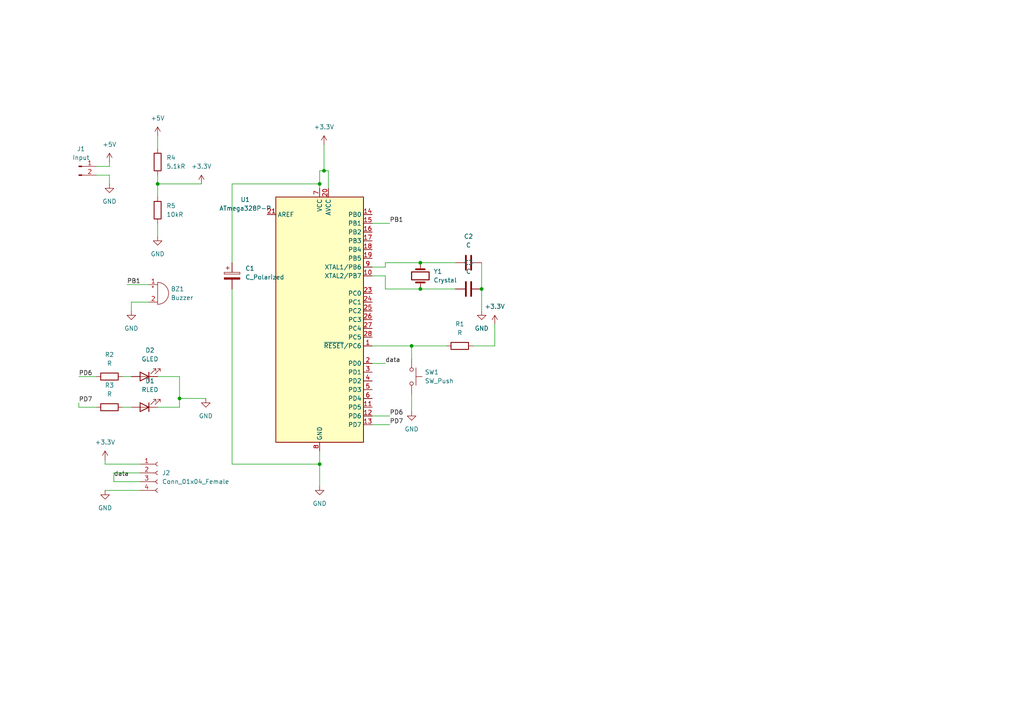
<source format=kicad_sch>
(kicad_sch (version 20211123) (generator eeschema)

  (uuid 997baf4a-897c-4be9-8150-88ad2b4493e5)

  (paper "A4")

  (title_block
    (title "System")
  )

  (lib_symbols
    (symbol "Connector:Conn_01x02_Male" (pin_names (offset 1.016) hide) (in_bom yes) (on_board yes)
      (property "Reference" "J" (id 0) (at 0 2.54 0)
        (effects (font (size 1.27 1.27)))
      )
      (property "Value" "Conn_01x02_Male" (id 1) (at 0 -5.08 0)
        (effects (font (size 1.27 1.27)))
      )
      (property "Footprint" "" (id 2) (at 0 0 0)
        (effects (font (size 1.27 1.27)) hide)
      )
      (property "Datasheet" "~" (id 3) (at 0 0 0)
        (effects (font (size 1.27 1.27)) hide)
      )
      (property "ki_keywords" "connector" (id 4) (at 0 0 0)
        (effects (font (size 1.27 1.27)) hide)
      )
      (property "ki_description" "Generic connector, single row, 01x02, script generated (kicad-library-utils/schlib/autogen/connector/)" (id 5) (at 0 0 0)
        (effects (font (size 1.27 1.27)) hide)
      )
      (property "ki_fp_filters" "Connector*:*_1x??_*" (id 6) (at 0 0 0)
        (effects (font (size 1.27 1.27)) hide)
      )
      (symbol "Conn_01x02_Male_1_1"
        (polyline
          (pts
            (xy 1.27 -2.54)
            (xy 0.8636 -2.54)
          )
          (stroke (width 0.1524) (type default) (color 0 0 0 0))
          (fill (type none))
        )
        (polyline
          (pts
            (xy 1.27 0)
            (xy 0.8636 0)
          )
          (stroke (width 0.1524) (type default) (color 0 0 0 0))
          (fill (type none))
        )
        (rectangle (start 0.8636 -2.413) (end 0 -2.667)
          (stroke (width 0.1524) (type default) (color 0 0 0 0))
          (fill (type outline))
        )
        (rectangle (start 0.8636 0.127) (end 0 -0.127)
          (stroke (width 0.1524) (type default) (color 0 0 0 0))
          (fill (type outline))
        )
        (pin passive line (at 5.08 0 180) (length 3.81)
          (name "Pin_1" (effects (font (size 1.27 1.27))))
          (number "1" (effects (font (size 1.27 1.27))))
        )
        (pin passive line (at 5.08 -2.54 180) (length 3.81)
          (name "Pin_2" (effects (font (size 1.27 1.27))))
          (number "2" (effects (font (size 1.27 1.27))))
        )
      )
    )
    (symbol "Connector:Conn_01x04_Female" (pin_names (offset 1.016) hide) (in_bom yes) (on_board yes)
      (property "Reference" "J" (id 0) (at 0 5.08 0)
        (effects (font (size 1.27 1.27)))
      )
      (property "Value" "Conn_01x04_Female" (id 1) (at 0 -7.62 0)
        (effects (font (size 1.27 1.27)))
      )
      (property "Footprint" "" (id 2) (at 0 0 0)
        (effects (font (size 1.27 1.27)) hide)
      )
      (property "Datasheet" "~" (id 3) (at 0 0 0)
        (effects (font (size 1.27 1.27)) hide)
      )
      (property "ki_keywords" "connector" (id 4) (at 0 0 0)
        (effects (font (size 1.27 1.27)) hide)
      )
      (property "ki_description" "Generic connector, single row, 01x04, script generated (kicad-library-utils/schlib/autogen/connector/)" (id 5) (at 0 0 0)
        (effects (font (size 1.27 1.27)) hide)
      )
      (property "ki_fp_filters" "Connector*:*_1x??_*" (id 6) (at 0 0 0)
        (effects (font (size 1.27 1.27)) hide)
      )
      (symbol "Conn_01x04_Female_1_1"
        (arc (start 0 -4.572) (mid -0.508 -5.08) (end 0 -5.588)
          (stroke (width 0.1524) (type default) (color 0 0 0 0))
          (fill (type none))
        )
        (arc (start 0 -2.032) (mid -0.508 -2.54) (end 0 -3.048)
          (stroke (width 0.1524) (type default) (color 0 0 0 0))
          (fill (type none))
        )
        (polyline
          (pts
            (xy -1.27 -5.08)
            (xy -0.508 -5.08)
          )
          (stroke (width 0.1524) (type default) (color 0 0 0 0))
          (fill (type none))
        )
        (polyline
          (pts
            (xy -1.27 -2.54)
            (xy -0.508 -2.54)
          )
          (stroke (width 0.1524) (type default) (color 0 0 0 0))
          (fill (type none))
        )
        (polyline
          (pts
            (xy -1.27 0)
            (xy -0.508 0)
          )
          (stroke (width 0.1524) (type default) (color 0 0 0 0))
          (fill (type none))
        )
        (polyline
          (pts
            (xy -1.27 2.54)
            (xy -0.508 2.54)
          )
          (stroke (width 0.1524) (type default) (color 0 0 0 0))
          (fill (type none))
        )
        (arc (start 0 0.508) (mid -0.508 0) (end 0 -0.508)
          (stroke (width 0.1524) (type default) (color 0 0 0 0))
          (fill (type none))
        )
        (arc (start 0 3.048) (mid -0.508 2.54) (end 0 2.032)
          (stroke (width 0.1524) (type default) (color 0 0 0 0))
          (fill (type none))
        )
        (pin passive line (at -5.08 2.54 0) (length 3.81)
          (name "Pin_1" (effects (font (size 1.27 1.27))))
          (number "1" (effects (font (size 1.27 1.27))))
        )
        (pin passive line (at -5.08 0 0) (length 3.81)
          (name "Pin_2" (effects (font (size 1.27 1.27))))
          (number "2" (effects (font (size 1.27 1.27))))
        )
        (pin passive line (at -5.08 -2.54 0) (length 3.81)
          (name "Pin_3" (effects (font (size 1.27 1.27))))
          (number "3" (effects (font (size 1.27 1.27))))
        )
        (pin passive line (at -5.08 -5.08 0) (length 3.81)
          (name "Pin_4" (effects (font (size 1.27 1.27))))
          (number "4" (effects (font (size 1.27 1.27))))
        )
      )
    )
    (symbol "Device:Buzzer" (pin_names (offset 0.0254) hide) (in_bom yes) (on_board yes)
      (property "Reference" "BZ" (id 0) (at 3.81 1.27 0)
        (effects (font (size 1.27 1.27)) (justify left))
      )
      (property "Value" "Buzzer" (id 1) (at 3.81 -1.27 0)
        (effects (font (size 1.27 1.27)) (justify left))
      )
      (property "Footprint" "" (id 2) (at -0.635 2.54 90)
        (effects (font (size 1.27 1.27)) hide)
      )
      (property "Datasheet" "~" (id 3) (at -0.635 2.54 90)
        (effects (font (size 1.27 1.27)) hide)
      )
      (property "ki_keywords" "quartz resonator ceramic" (id 4) (at 0 0 0)
        (effects (font (size 1.27 1.27)) hide)
      )
      (property "ki_description" "Buzzer, polarized" (id 5) (at 0 0 0)
        (effects (font (size 1.27 1.27)) hide)
      )
      (property "ki_fp_filters" "*Buzzer*" (id 6) (at 0 0 0)
        (effects (font (size 1.27 1.27)) hide)
      )
      (symbol "Buzzer_0_1"
        (arc (start 0 -3.175) (mid 3.175 0) (end 0 3.175)
          (stroke (width 0) (type default) (color 0 0 0 0))
          (fill (type none))
        )
        (polyline
          (pts
            (xy -1.651 1.905)
            (xy -1.143 1.905)
          )
          (stroke (width 0) (type default) (color 0 0 0 0))
          (fill (type none))
        )
        (polyline
          (pts
            (xy -1.397 2.159)
            (xy -1.397 1.651)
          )
          (stroke (width 0) (type default) (color 0 0 0 0))
          (fill (type none))
        )
        (polyline
          (pts
            (xy 0 3.175)
            (xy 0 -3.175)
          )
          (stroke (width 0) (type default) (color 0 0 0 0))
          (fill (type none))
        )
      )
      (symbol "Buzzer_1_1"
        (pin passive line (at -2.54 2.54 0) (length 2.54)
          (name "-" (effects (font (size 1.27 1.27))))
          (number "1" (effects (font (size 1.27 1.27))))
        )
        (pin passive line (at -2.54 -2.54 0) (length 2.54)
          (name "+" (effects (font (size 1.27 1.27))))
          (number "2" (effects (font (size 1.27 1.27))))
        )
      )
    )
    (symbol "Device:C" (pin_numbers hide) (pin_names (offset 0.254)) (in_bom yes) (on_board yes)
      (property "Reference" "C" (id 0) (at 0.635 2.54 0)
        (effects (font (size 1.27 1.27)) (justify left))
      )
      (property "Value" "C" (id 1) (at 0.635 -2.54 0)
        (effects (font (size 1.27 1.27)) (justify left))
      )
      (property "Footprint" "" (id 2) (at 0.9652 -3.81 0)
        (effects (font (size 1.27 1.27)) hide)
      )
      (property "Datasheet" "~" (id 3) (at 0 0 0)
        (effects (font (size 1.27 1.27)) hide)
      )
      (property "ki_keywords" "cap capacitor" (id 4) (at 0 0 0)
        (effects (font (size 1.27 1.27)) hide)
      )
      (property "ki_description" "Unpolarized capacitor" (id 5) (at 0 0 0)
        (effects (font (size 1.27 1.27)) hide)
      )
      (property "ki_fp_filters" "C_*" (id 6) (at 0 0 0)
        (effects (font (size 1.27 1.27)) hide)
      )
      (symbol "C_0_1"
        (polyline
          (pts
            (xy -2.032 -0.762)
            (xy 2.032 -0.762)
          )
          (stroke (width 0.508) (type default) (color 0 0 0 0))
          (fill (type none))
        )
        (polyline
          (pts
            (xy -2.032 0.762)
            (xy 2.032 0.762)
          )
          (stroke (width 0.508) (type default) (color 0 0 0 0))
          (fill (type none))
        )
      )
      (symbol "C_1_1"
        (pin passive line (at 0 3.81 270) (length 2.794)
          (name "~" (effects (font (size 1.27 1.27))))
          (number "1" (effects (font (size 1.27 1.27))))
        )
        (pin passive line (at 0 -3.81 90) (length 2.794)
          (name "~" (effects (font (size 1.27 1.27))))
          (number "2" (effects (font (size 1.27 1.27))))
        )
      )
    )
    (symbol "Device:C_Polarized" (pin_numbers hide) (pin_names (offset 0.254)) (in_bom yes) (on_board yes)
      (property "Reference" "C" (id 0) (at 0.635 2.54 0)
        (effects (font (size 1.27 1.27)) (justify left))
      )
      (property "Value" "C_Polarized" (id 1) (at 0.635 -2.54 0)
        (effects (font (size 1.27 1.27)) (justify left))
      )
      (property "Footprint" "" (id 2) (at 0.9652 -3.81 0)
        (effects (font (size 1.27 1.27)) hide)
      )
      (property "Datasheet" "~" (id 3) (at 0 0 0)
        (effects (font (size 1.27 1.27)) hide)
      )
      (property "ki_keywords" "cap capacitor" (id 4) (at 0 0 0)
        (effects (font (size 1.27 1.27)) hide)
      )
      (property "ki_description" "Polarized capacitor" (id 5) (at 0 0 0)
        (effects (font (size 1.27 1.27)) hide)
      )
      (property "ki_fp_filters" "CP_*" (id 6) (at 0 0 0)
        (effects (font (size 1.27 1.27)) hide)
      )
      (symbol "C_Polarized_0_1"
        (rectangle (start -2.286 0.508) (end 2.286 1.016)
          (stroke (width 0) (type default) (color 0 0 0 0))
          (fill (type none))
        )
        (polyline
          (pts
            (xy -1.778 2.286)
            (xy -0.762 2.286)
          )
          (stroke (width 0) (type default) (color 0 0 0 0))
          (fill (type none))
        )
        (polyline
          (pts
            (xy -1.27 2.794)
            (xy -1.27 1.778)
          )
          (stroke (width 0) (type default) (color 0 0 0 0))
          (fill (type none))
        )
        (rectangle (start 2.286 -0.508) (end -2.286 -1.016)
          (stroke (width 0) (type default) (color 0 0 0 0))
          (fill (type outline))
        )
      )
      (symbol "C_Polarized_1_1"
        (pin passive line (at 0 3.81 270) (length 2.794)
          (name "~" (effects (font (size 1.27 1.27))))
          (number "1" (effects (font (size 1.27 1.27))))
        )
        (pin passive line (at 0 -3.81 90) (length 2.794)
          (name "~" (effects (font (size 1.27 1.27))))
          (number "2" (effects (font (size 1.27 1.27))))
        )
      )
    )
    (symbol "Device:Crystal" (pin_numbers hide) (pin_names (offset 1.016) hide) (in_bom yes) (on_board yes)
      (property "Reference" "Y" (id 0) (at 0 3.81 0)
        (effects (font (size 1.27 1.27)))
      )
      (property "Value" "Crystal" (id 1) (at 0 -3.81 0)
        (effects (font (size 1.27 1.27)))
      )
      (property "Footprint" "" (id 2) (at 0 0 0)
        (effects (font (size 1.27 1.27)) hide)
      )
      (property "Datasheet" "~" (id 3) (at 0 0 0)
        (effects (font (size 1.27 1.27)) hide)
      )
      (property "ki_keywords" "quartz ceramic resonator oscillator" (id 4) (at 0 0 0)
        (effects (font (size 1.27 1.27)) hide)
      )
      (property "ki_description" "Two pin crystal" (id 5) (at 0 0 0)
        (effects (font (size 1.27 1.27)) hide)
      )
      (property "ki_fp_filters" "Crystal*" (id 6) (at 0 0 0)
        (effects (font (size 1.27 1.27)) hide)
      )
      (symbol "Crystal_0_1"
        (rectangle (start -1.143 2.54) (end 1.143 -2.54)
          (stroke (width 0.3048) (type default) (color 0 0 0 0))
          (fill (type none))
        )
        (polyline
          (pts
            (xy -2.54 0)
            (xy -1.905 0)
          )
          (stroke (width 0) (type default) (color 0 0 0 0))
          (fill (type none))
        )
        (polyline
          (pts
            (xy -1.905 -1.27)
            (xy -1.905 1.27)
          )
          (stroke (width 0.508) (type default) (color 0 0 0 0))
          (fill (type none))
        )
        (polyline
          (pts
            (xy 1.905 -1.27)
            (xy 1.905 1.27)
          )
          (stroke (width 0.508) (type default) (color 0 0 0 0))
          (fill (type none))
        )
        (polyline
          (pts
            (xy 2.54 0)
            (xy 1.905 0)
          )
          (stroke (width 0) (type default) (color 0 0 0 0))
          (fill (type none))
        )
      )
      (symbol "Crystal_1_1"
        (pin passive line (at -3.81 0 0) (length 1.27)
          (name "1" (effects (font (size 1.27 1.27))))
          (number "1" (effects (font (size 1.27 1.27))))
        )
        (pin passive line (at 3.81 0 180) (length 1.27)
          (name "2" (effects (font (size 1.27 1.27))))
          (number "2" (effects (font (size 1.27 1.27))))
        )
      )
    )
    (symbol "Device:LED" (pin_numbers hide) (pin_names (offset 1.016) hide) (in_bom yes) (on_board yes)
      (property "Reference" "D" (id 0) (at 0 2.54 0)
        (effects (font (size 1.27 1.27)))
      )
      (property "Value" "LED" (id 1) (at 0 -2.54 0)
        (effects (font (size 1.27 1.27)))
      )
      (property "Footprint" "" (id 2) (at 0 0 0)
        (effects (font (size 1.27 1.27)) hide)
      )
      (property "Datasheet" "~" (id 3) (at 0 0 0)
        (effects (font (size 1.27 1.27)) hide)
      )
      (property "ki_keywords" "LED diode" (id 4) (at 0 0 0)
        (effects (font (size 1.27 1.27)) hide)
      )
      (property "ki_description" "Light emitting diode" (id 5) (at 0 0 0)
        (effects (font (size 1.27 1.27)) hide)
      )
      (property "ki_fp_filters" "LED* LED_SMD:* LED_THT:*" (id 6) (at 0 0 0)
        (effects (font (size 1.27 1.27)) hide)
      )
      (symbol "LED_0_1"
        (polyline
          (pts
            (xy -1.27 -1.27)
            (xy -1.27 1.27)
          )
          (stroke (width 0.254) (type default) (color 0 0 0 0))
          (fill (type none))
        )
        (polyline
          (pts
            (xy -1.27 0)
            (xy 1.27 0)
          )
          (stroke (width 0) (type default) (color 0 0 0 0))
          (fill (type none))
        )
        (polyline
          (pts
            (xy 1.27 -1.27)
            (xy 1.27 1.27)
            (xy -1.27 0)
            (xy 1.27 -1.27)
          )
          (stroke (width 0.254) (type default) (color 0 0 0 0))
          (fill (type none))
        )
        (polyline
          (pts
            (xy -3.048 -0.762)
            (xy -4.572 -2.286)
            (xy -3.81 -2.286)
            (xy -4.572 -2.286)
            (xy -4.572 -1.524)
          )
          (stroke (width 0) (type default) (color 0 0 0 0))
          (fill (type none))
        )
        (polyline
          (pts
            (xy -1.778 -0.762)
            (xy -3.302 -2.286)
            (xy -2.54 -2.286)
            (xy -3.302 -2.286)
            (xy -3.302 -1.524)
          )
          (stroke (width 0) (type default) (color 0 0 0 0))
          (fill (type none))
        )
      )
      (symbol "LED_1_1"
        (pin passive line (at -3.81 0 0) (length 2.54)
          (name "K" (effects (font (size 1.27 1.27))))
          (number "1" (effects (font (size 1.27 1.27))))
        )
        (pin passive line (at 3.81 0 180) (length 2.54)
          (name "A" (effects (font (size 1.27 1.27))))
          (number "2" (effects (font (size 1.27 1.27))))
        )
      )
    )
    (symbol "Device:R" (pin_numbers hide) (pin_names (offset 0)) (in_bom yes) (on_board yes)
      (property "Reference" "R" (id 0) (at 2.032 0 90)
        (effects (font (size 1.27 1.27)))
      )
      (property "Value" "R" (id 1) (at 0 0 90)
        (effects (font (size 1.27 1.27)))
      )
      (property "Footprint" "" (id 2) (at -1.778 0 90)
        (effects (font (size 1.27 1.27)) hide)
      )
      (property "Datasheet" "~" (id 3) (at 0 0 0)
        (effects (font (size 1.27 1.27)) hide)
      )
      (property "ki_keywords" "R res resistor" (id 4) (at 0 0 0)
        (effects (font (size 1.27 1.27)) hide)
      )
      (property "ki_description" "Resistor" (id 5) (at 0 0 0)
        (effects (font (size 1.27 1.27)) hide)
      )
      (property "ki_fp_filters" "R_*" (id 6) (at 0 0 0)
        (effects (font (size 1.27 1.27)) hide)
      )
      (symbol "R_0_1"
        (rectangle (start -1.016 -2.54) (end 1.016 2.54)
          (stroke (width 0.254) (type default) (color 0 0 0 0))
          (fill (type none))
        )
      )
      (symbol "R_1_1"
        (pin passive line (at 0 3.81 270) (length 1.27)
          (name "~" (effects (font (size 1.27 1.27))))
          (number "1" (effects (font (size 1.27 1.27))))
        )
        (pin passive line (at 0 -3.81 90) (length 1.27)
          (name "~" (effects (font (size 1.27 1.27))))
          (number "2" (effects (font (size 1.27 1.27))))
        )
      )
    )
    (symbol "MCU_Microchip_ATmega:ATmega328P-P" (in_bom yes) (on_board yes)
      (property "Reference" "U" (id 0) (at -12.7 36.83 0)
        (effects (font (size 1.27 1.27)) (justify left bottom))
      )
      (property "Value" "ATmega328P-P" (id 1) (at 2.54 -36.83 0)
        (effects (font (size 1.27 1.27)) (justify left top))
      )
      (property "Footprint" "Package_DIP:DIP-28_W7.62mm" (id 2) (at 0 0 0)
        (effects (font (size 1.27 1.27) italic) hide)
      )
      (property "Datasheet" "http://ww1.microchip.com/downloads/en/DeviceDoc/ATmega328_P%20AVR%20MCU%20with%20picoPower%20Technology%20Data%20Sheet%2040001984A.pdf" (id 3) (at 0 0 0)
        (effects (font (size 1.27 1.27)) hide)
      )
      (property "ki_keywords" "AVR 8bit Microcontroller MegaAVR PicoPower" (id 4) (at 0 0 0)
        (effects (font (size 1.27 1.27)) hide)
      )
      (property "ki_description" "20MHz, 32kB Flash, 2kB SRAM, 1kB EEPROM, DIP-28" (id 5) (at 0 0 0)
        (effects (font (size 1.27 1.27)) hide)
      )
      (property "ki_fp_filters" "DIP*W7.62mm*" (id 6) (at 0 0 0)
        (effects (font (size 1.27 1.27)) hide)
      )
      (symbol "ATmega328P-P_0_1"
        (rectangle (start -12.7 -35.56) (end 12.7 35.56)
          (stroke (width 0.254) (type default) (color 0 0 0 0))
          (fill (type background))
        )
      )
      (symbol "ATmega328P-P_1_1"
        (pin bidirectional line (at 15.24 -7.62 180) (length 2.54)
          (name "~{RESET}/PC6" (effects (font (size 1.27 1.27))))
          (number "1" (effects (font (size 1.27 1.27))))
        )
        (pin bidirectional line (at 15.24 12.7 180) (length 2.54)
          (name "XTAL2/PB7" (effects (font (size 1.27 1.27))))
          (number "10" (effects (font (size 1.27 1.27))))
        )
        (pin bidirectional line (at 15.24 -25.4 180) (length 2.54)
          (name "PD5" (effects (font (size 1.27 1.27))))
          (number "11" (effects (font (size 1.27 1.27))))
        )
        (pin bidirectional line (at 15.24 -27.94 180) (length 2.54)
          (name "PD6" (effects (font (size 1.27 1.27))))
          (number "12" (effects (font (size 1.27 1.27))))
        )
        (pin bidirectional line (at 15.24 -30.48 180) (length 2.54)
          (name "PD7" (effects (font (size 1.27 1.27))))
          (number "13" (effects (font (size 1.27 1.27))))
        )
        (pin bidirectional line (at 15.24 30.48 180) (length 2.54)
          (name "PB0" (effects (font (size 1.27 1.27))))
          (number "14" (effects (font (size 1.27 1.27))))
        )
        (pin bidirectional line (at 15.24 27.94 180) (length 2.54)
          (name "PB1" (effects (font (size 1.27 1.27))))
          (number "15" (effects (font (size 1.27 1.27))))
        )
        (pin bidirectional line (at 15.24 25.4 180) (length 2.54)
          (name "PB2" (effects (font (size 1.27 1.27))))
          (number "16" (effects (font (size 1.27 1.27))))
        )
        (pin bidirectional line (at 15.24 22.86 180) (length 2.54)
          (name "PB3" (effects (font (size 1.27 1.27))))
          (number "17" (effects (font (size 1.27 1.27))))
        )
        (pin bidirectional line (at 15.24 20.32 180) (length 2.54)
          (name "PB4" (effects (font (size 1.27 1.27))))
          (number "18" (effects (font (size 1.27 1.27))))
        )
        (pin bidirectional line (at 15.24 17.78 180) (length 2.54)
          (name "PB5" (effects (font (size 1.27 1.27))))
          (number "19" (effects (font (size 1.27 1.27))))
        )
        (pin bidirectional line (at 15.24 -12.7 180) (length 2.54)
          (name "PD0" (effects (font (size 1.27 1.27))))
          (number "2" (effects (font (size 1.27 1.27))))
        )
        (pin power_in line (at 2.54 38.1 270) (length 2.54)
          (name "AVCC" (effects (font (size 1.27 1.27))))
          (number "20" (effects (font (size 1.27 1.27))))
        )
        (pin passive line (at -15.24 30.48 0) (length 2.54)
          (name "AREF" (effects (font (size 1.27 1.27))))
          (number "21" (effects (font (size 1.27 1.27))))
        )
        (pin passive line (at 0 -38.1 90) (length 2.54) hide
          (name "GND" (effects (font (size 1.27 1.27))))
          (number "22" (effects (font (size 1.27 1.27))))
        )
        (pin bidirectional line (at 15.24 7.62 180) (length 2.54)
          (name "PC0" (effects (font (size 1.27 1.27))))
          (number "23" (effects (font (size 1.27 1.27))))
        )
        (pin bidirectional line (at 15.24 5.08 180) (length 2.54)
          (name "PC1" (effects (font (size 1.27 1.27))))
          (number "24" (effects (font (size 1.27 1.27))))
        )
        (pin bidirectional line (at 15.24 2.54 180) (length 2.54)
          (name "PC2" (effects (font (size 1.27 1.27))))
          (number "25" (effects (font (size 1.27 1.27))))
        )
        (pin bidirectional line (at 15.24 0 180) (length 2.54)
          (name "PC3" (effects (font (size 1.27 1.27))))
          (number "26" (effects (font (size 1.27 1.27))))
        )
        (pin bidirectional line (at 15.24 -2.54 180) (length 2.54)
          (name "PC4" (effects (font (size 1.27 1.27))))
          (number "27" (effects (font (size 1.27 1.27))))
        )
        (pin bidirectional line (at 15.24 -5.08 180) (length 2.54)
          (name "PC5" (effects (font (size 1.27 1.27))))
          (number "28" (effects (font (size 1.27 1.27))))
        )
        (pin bidirectional line (at 15.24 -15.24 180) (length 2.54)
          (name "PD1" (effects (font (size 1.27 1.27))))
          (number "3" (effects (font (size 1.27 1.27))))
        )
        (pin bidirectional line (at 15.24 -17.78 180) (length 2.54)
          (name "PD2" (effects (font (size 1.27 1.27))))
          (number "4" (effects (font (size 1.27 1.27))))
        )
        (pin bidirectional line (at 15.24 -20.32 180) (length 2.54)
          (name "PD3" (effects (font (size 1.27 1.27))))
          (number "5" (effects (font (size 1.27 1.27))))
        )
        (pin bidirectional line (at 15.24 -22.86 180) (length 2.54)
          (name "PD4" (effects (font (size 1.27 1.27))))
          (number "6" (effects (font (size 1.27 1.27))))
        )
        (pin power_in line (at 0 38.1 270) (length 2.54)
          (name "VCC" (effects (font (size 1.27 1.27))))
          (number "7" (effects (font (size 1.27 1.27))))
        )
        (pin power_in line (at 0 -38.1 90) (length 2.54)
          (name "GND" (effects (font (size 1.27 1.27))))
          (number "8" (effects (font (size 1.27 1.27))))
        )
        (pin bidirectional line (at 15.24 15.24 180) (length 2.54)
          (name "XTAL1/PB6" (effects (font (size 1.27 1.27))))
          (number "9" (effects (font (size 1.27 1.27))))
        )
      )
    )
    (symbol "Switch:SW_Push" (pin_numbers hide) (pin_names (offset 1.016) hide) (in_bom yes) (on_board yes)
      (property "Reference" "SW" (id 0) (at 1.27 2.54 0)
        (effects (font (size 1.27 1.27)) (justify left))
      )
      (property "Value" "SW_Push" (id 1) (at 0 -1.524 0)
        (effects (font (size 1.27 1.27)))
      )
      (property "Footprint" "" (id 2) (at 0 5.08 0)
        (effects (font (size 1.27 1.27)) hide)
      )
      (property "Datasheet" "~" (id 3) (at 0 5.08 0)
        (effects (font (size 1.27 1.27)) hide)
      )
      (property "ki_keywords" "switch normally-open pushbutton push-button" (id 4) (at 0 0 0)
        (effects (font (size 1.27 1.27)) hide)
      )
      (property "ki_description" "Push button switch, generic, two pins" (id 5) (at 0 0 0)
        (effects (font (size 1.27 1.27)) hide)
      )
      (symbol "SW_Push_0_1"
        (circle (center -2.032 0) (radius 0.508)
          (stroke (width 0) (type default) (color 0 0 0 0))
          (fill (type none))
        )
        (polyline
          (pts
            (xy 0 1.27)
            (xy 0 3.048)
          )
          (stroke (width 0) (type default) (color 0 0 0 0))
          (fill (type none))
        )
        (polyline
          (pts
            (xy 2.54 1.27)
            (xy -2.54 1.27)
          )
          (stroke (width 0) (type default) (color 0 0 0 0))
          (fill (type none))
        )
        (circle (center 2.032 0) (radius 0.508)
          (stroke (width 0) (type default) (color 0 0 0 0))
          (fill (type none))
        )
        (pin passive line (at -5.08 0 0) (length 2.54)
          (name "1" (effects (font (size 1.27 1.27))))
          (number "1" (effects (font (size 1.27 1.27))))
        )
        (pin passive line (at 5.08 0 180) (length 2.54)
          (name "2" (effects (font (size 1.27 1.27))))
          (number "2" (effects (font (size 1.27 1.27))))
        )
      )
    )
    (symbol "power:+3.3V" (power) (pin_names (offset 0)) (in_bom yes) (on_board yes)
      (property "Reference" "#PWR" (id 0) (at 0 -3.81 0)
        (effects (font (size 1.27 1.27)) hide)
      )
      (property "Value" "+3.3V" (id 1) (at 0 3.556 0)
        (effects (font (size 1.27 1.27)))
      )
      (property "Footprint" "" (id 2) (at 0 0 0)
        (effects (font (size 1.27 1.27)) hide)
      )
      (property "Datasheet" "" (id 3) (at 0 0 0)
        (effects (font (size 1.27 1.27)) hide)
      )
      (property "ki_keywords" "global power" (id 4) (at 0 0 0)
        (effects (font (size 1.27 1.27)) hide)
      )
      (property "ki_description" "Power symbol creates a global label with name \"+3.3V\"" (id 5) (at 0 0 0)
        (effects (font (size 1.27 1.27)) hide)
      )
      (symbol "+3.3V_0_1"
        (polyline
          (pts
            (xy -0.762 1.27)
            (xy 0 2.54)
          )
          (stroke (width 0) (type default) (color 0 0 0 0))
          (fill (type none))
        )
        (polyline
          (pts
            (xy 0 0)
            (xy 0 2.54)
          )
          (stroke (width 0) (type default) (color 0 0 0 0))
          (fill (type none))
        )
        (polyline
          (pts
            (xy 0 2.54)
            (xy 0.762 1.27)
          )
          (stroke (width 0) (type default) (color 0 0 0 0))
          (fill (type none))
        )
      )
      (symbol "+3.3V_1_1"
        (pin power_in line (at 0 0 90) (length 0) hide
          (name "+3.3V" (effects (font (size 1.27 1.27))))
          (number "1" (effects (font (size 1.27 1.27))))
        )
      )
    )
    (symbol "power:+5V" (power) (pin_names (offset 0)) (in_bom yes) (on_board yes)
      (property "Reference" "#PWR" (id 0) (at 0 -3.81 0)
        (effects (font (size 1.27 1.27)) hide)
      )
      (property "Value" "+5V" (id 1) (at 0 3.556 0)
        (effects (font (size 1.27 1.27)))
      )
      (property "Footprint" "" (id 2) (at 0 0 0)
        (effects (font (size 1.27 1.27)) hide)
      )
      (property "Datasheet" "" (id 3) (at 0 0 0)
        (effects (font (size 1.27 1.27)) hide)
      )
      (property "ki_keywords" "global power" (id 4) (at 0 0 0)
        (effects (font (size 1.27 1.27)) hide)
      )
      (property "ki_description" "Power symbol creates a global label with name \"+5V\"" (id 5) (at 0 0 0)
        (effects (font (size 1.27 1.27)) hide)
      )
      (symbol "+5V_0_1"
        (polyline
          (pts
            (xy -0.762 1.27)
            (xy 0 2.54)
          )
          (stroke (width 0) (type default) (color 0 0 0 0))
          (fill (type none))
        )
        (polyline
          (pts
            (xy 0 0)
            (xy 0 2.54)
          )
          (stroke (width 0) (type default) (color 0 0 0 0))
          (fill (type none))
        )
        (polyline
          (pts
            (xy 0 2.54)
            (xy 0.762 1.27)
          )
          (stroke (width 0) (type default) (color 0 0 0 0))
          (fill (type none))
        )
      )
      (symbol "+5V_1_1"
        (pin power_in line (at 0 0 90) (length 0) hide
          (name "+5V" (effects (font (size 1.27 1.27))))
          (number "1" (effects (font (size 1.27 1.27))))
        )
      )
    )
    (symbol "power:GND" (power) (pin_names (offset 0)) (in_bom yes) (on_board yes)
      (property "Reference" "#PWR" (id 0) (at 0 -6.35 0)
        (effects (font (size 1.27 1.27)) hide)
      )
      (property "Value" "GND" (id 1) (at 0 -3.81 0)
        (effects (font (size 1.27 1.27)))
      )
      (property "Footprint" "" (id 2) (at 0 0 0)
        (effects (font (size 1.27 1.27)) hide)
      )
      (property "Datasheet" "" (id 3) (at 0 0 0)
        (effects (font (size 1.27 1.27)) hide)
      )
      (property "ki_keywords" "global power" (id 4) (at 0 0 0)
        (effects (font (size 1.27 1.27)) hide)
      )
      (property "ki_description" "Power symbol creates a global label with name \"GND\" , ground" (id 5) (at 0 0 0)
        (effects (font (size 1.27 1.27)) hide)
      )
      (symbol "GND_0_1"
        (polyline
          (pts
            (xy 0 0)
            (xy 0 -1.27)
            (xy 1.27 -1.27)
            (xy 0 -2.54)
            (xy -1.27 -1.27)
            (xy 0 -1.27)
          )
          (stroke (width 0) (type default) (color 0 0 0 0))
          (fill (type none))
        )
      )
      (symbol "GND_1_1"
        (pin power_in line (at 0 0 270) (length 0) hide
          (name "GND" (effects (font (size 1.27 1.27))))
          (number "1" (effects (font (size 1.27 1.27))))
        )
      )
    )
  )

  (junction (at 92.71 53.34) (diameter 0) (color 0 0 0 0)
    (uuid 2f49dd18-3e74-45d6-ae64-837d63a75bd6)
  )
  (junction (at 121.92 83.82) (diameter 0) (color 0 0 0 0)
    (uuid 45e5c3a3-4d11-4548-84f9-f1ef666a8c9e)
  )
  (junction (at 45.72 53.34) (diameter 0) (color 0 0 0 0)
    (uuid 82b0d31f-64c0-4351-ab06-e2f76960c0e8)
  )
  (junction (at 52.07 115.57) (diameter 0) (color 0 0 0 0)
    (uuid 8a2f69e7-0dea-40f4-97c4-ba5dcd7c884d)
  )
  (junction (at 93.98 49.53) (diameter 0) (color 0 0 0 0)
    (uuid 8c664438-de37-423d-baf6-527b31ce5010)
  )
  (junction (at 121.92 76.2) (diameter 0) (color 0 0 0 0)
    (uuid b72261bd-f695-4141-a59f-9f7f4af967cb)
  )
  (junction (at 139.7 83.82) (diameter 0) (color 0 0 0 0)
    (uuid d1f6a5a0-8d14-4240-89a4-48a7ee2b05e0)
  )
  (junction (at 119.38 100.33) (diameter 0) (color 0 0 0 0)
    (uuid ddb075e7-2c18-4eee-824c-c2d95cd93c12)
  )
  (junction (at 92.71 134.62) (diameter 0) (color 0 0 0 0)
    (uuid fa6c0aef-3b6d-4623-80dc-d8b753a8cb87)
  )

  (wire (pts (xy 92.71 49.53) (xy 92.71 53.34))
    (stroke (width 0) (type default) (color 0 0 0 0))
    (uuid 023c8e13-eae1-4cb1-9eb6-1afe4c1496ea)
  )
  (wire (pts (xy 31.75 46.99) (xy 31.75 48.26))
    (stroke (width 0) (type default) (color 0 0 0 0))
    (uuid 037e88ac-adf8-4772-b8ff-a7012c539082)
  )
  (wire (pts (xy 33.02 137.16) (xy 33.02 139.7))
    (stroke (width 0) (type default) (color 0 0 0 0))
    (uuid 05b6d8e4-2d72-4a9c-9a4b-adc83ad7deca)
  )
  (wire (pts (xy 67.31 83.82) (xy 67.31 134.62))
    (stroke (width 0) (type default) (color 0 0 0 0))
    (uuid 0b137fa5-66e3-4b14-8c6d-b8e9be7b984a)
  )
  (wire (pts (xy 67.31 76.2) (xy 67.31 53.34))
    (stroke (width 0) (type default) (color 0 0 0 0))
    (uuid 14af62b3-d3a3-44de-9049-0574255cb32c)
  )
  (wire (pts (xy 139.7 83.82) (xy 139.7 90.17))
    (stroke (width 0) (type default) (color 0 0 0 0))
    (uuid 15f68022-1c83-44de-836e-e0d23eecb2f6)
  )
  (wire (pts (xy 93.98 41.91) (xy 93.98 49.53))
    (stroke (width 0) (type default) (color 0 0 0 0))
    (uuid 16e36494-f216-47bd-9808-6a9e3789845f)
  )
  (wire (pts (xy 143.51 93.98) (xy 143.51 100.33))
    (stroke (width 0) (type default) (color 0 0 0 0))
    (uuid 1c162493-4579-44fb-b22a-f69722b103ae)
  )
  (wire (pts (xy 40.64 134.62) (xy 30.48 134.62))
    (stroke (width 0) (type default) (color 0 0 0 0))
    (uuid 2110072a-52c4-4de8-8b39-563a25e7dfb7)
  )
  (wire (pts (xy 45.72 50.8) (xy 45.72 53.34))
    (stroke (width 0) (type default) (color 0 0 0 0))
    (uuid 22d4de18-2621-4a8e-be18-40ed45709c0c)
  )
  (wire (pts (xy 111.76 83.82) (xy 121.92 83.82))
    (stroke (width 0) (type default) (color 0 0 0 0))
    (uuid 27926c78-9971-434b-9fa3-2306608acdff)
  )
  (wire (pts (xy 107.95 100.33) (xy 119.38 100.33))
    (stroke (width 0) (type default) (color 0 0 0 0))
    (uuid 2a2acd3f-3a8e-4723-834b-7f66a883ea3b)
  )
  (wire (pts (xy 45.72 53.34) (xy 58.42 53.34))
    (stroke (width 0) (type default) (color 0 0 0 0))
    (uuid 32ff240f-a422-46dc-a9fa-cd038c182ed8)
  )
  (wire (pts (xy 92.71 53.34) (xy 92.71 54.61))
    (stroke (width 0) (type default) (color 0 0 0 0))
    (uuid 34061b60-be9e-4617-af72-4a32b3d2857a)
  )
  (wire (pts (xy 119.38 100.33) (xy 129.54 100.33))
    (stroke (width 0) (type default) (color 0 0 0 0))
    (uuid 4096a608-6f22-414c-980f-0605803ac9fa)
  )
  (wire (pts (xy 121.92 83.82) (xy 132.08 83.82))
    (stroke (width 0) (type default) (color 0 0 0 0))
    (uuid 40f4b78a-8637-4de6-b7be-71bb2415432c)
  )
  (wire (pts (xy 52.07 109.22) (xy 52.07 115.57))
    (stroke (width 0) (type default) (color 0 0 0 0))
    (uuid 4244d938-8311-40fb-a25a-795986172cfc)
  )
  (wire (pts (xy 107.95 77.47) (xy 111.76 77.47))
    (stroke (width 0) (type default) (color 0 0 0 0))
    (uuid 4b802310-4177-4833-a738-83baa4c499bf)
  )
  (wire (pts (xy 119.38 114.3) (xy 119.38 119.38))
    (stroke (width 0) (type default) (color 0 0 0 0))
    (uuid 54966fc8-e970-4d71-bb17-eedf7e400a6b)
  )
  (wire (pts (xy 36.83 82.55) (xy 43.18 82.55))
    (stroke (width 0) (type default) (color 0 0 0 0))
    (uuid 5591ef14-39e6-4a45-80ed-99ff5a6800ce)
  )
  (wire (pts (xy 52.07 115.57) (xy 59.69 115.57))
    (stroke (width 0) (type default) (color 0 0 0 0))
    (uuid 5a36c6a1-d815-4a8a-a6e0-164efa915ce3)
  )
  (wire (pts (xy 52.07 118.11) (xy 52.07 115.57))
    (stroke (width 0) (type default) (color 0 0 0 0))
    (uuid 5e92cb1c-85c6-487d-9985-83881f0131ab)
  )
  (wire (pts (xy 35.56 118.11) (xy 38.1 118.11))
    (stroke (width 0) (type default) (color 0 0 0 0))
    (uuid 60b03b83-7f14-4b77-9c88-3105fe1a19bc)
  )
  (wire (pts (xy 107.95 105.41) (xy 111.76 105.41))
    (stroke (width 0) (type default) (color 0 0 0 0))
    (uuid 629f3d9a-bc55-4a66-ba47-71f137e8345d)
  )
  (wire (pts (xy 107.95 120.65) (xy 113.03 120.65))
    (stroke (width 0) (type default) (color 0 0 0 0))
    (uuid 6444fda1-60f8-4912-a67e-ad8ac8a7f513)
  )
  (wire (pts (xy 30.48 134.62) (xy 30.48 133.35))
    (stroke (width 0) (type default) (color 0 0 0 0))
    (uuid 64bc253f-4f0c-417a-a0e7-52228a7353e8)
  )
  (wire (pts (xy 111.76 77.47) (xy 111.76 76.2))
    (stroke (width 0) (type default) (color 0 0 0 0))
    (uuid 6b311a90-4f7f-4a0d-bcff-24dff10304e7)
  )
  (wire (pts (xy 30.48 142.24) (xy 40.64 142.24))
    (stroke (width 0) (type default) (color 0 0 0 0))
    (uuid 6b70aa1c-7926-4a2b-87e2-f9c7be9a6b74)
  )
  (wire (pts (xy 137.16 100.33) (xy 143.51 100.33))
    (stroke (width 0) (type default) (color 0 0 0 0))
    (uuid 6c388938-202b-4d37-bc7b-b58aaa52cf11)
  )
  (wire (pts (xy 35.56 109.22) (xy 38.1 109.22))
    (stroke (width 0) (type default) (color 0 0 0 0))
    (uuid 6fabe2d2-1d44-479d-9e79-6000a4a1ea3c)
  )
  (wire (pts (xy 111.76 76.2) (xy 121.92 76.2))
    (stroke (width 0) (type default) (color 0 0 0 0))
    (uuid 8f223574-e8b9-4903-ba73-f56ed4dd825a)
  )
  (wire (pts (xy 22.86 109.22) (xy 27.94 109.22))
    (stroke (width 0) (type default) (color 0 0 0 0))
    (uuid 9050fc9a-f95f-4196-82a3-7fa5126c672b)
  )
  (wire (pts (xy 121.92 76.2) (xy 132.08 76.2))
    (stroke (width 0) (type default) (color 0 0 0 0))
    (uuid 917eb7c4-dc9c-4343-aa43-beadf5558975)
  )
  (wire (pts (xy 40.64 137.16) (xy 33.02 137.16))
    (stroke (width 0) (type default) (color 0 0 0 0))
    (uuid 9464dce1-d539-45ca-80ee-aca0ffeec38f)
  )
  (wire (pts (xy 67.31 53.34) (xy 92.71 53.34))
    (stroke (width 0) (type default) (color 0 0 0 0))
    (uuid a286c863-0e4c-4d6e-927e-d15d777539bd)
  )
  (wire (pts (xy 31.75 50.8) (xy 27.94 50.8))
    (stroke (width 0) (type default) (color 0 0 0 0))
    (uuid a2f5f6fd-6a39-487e-b689-411b27b598de)
  )
  (wire (pts (xy 92.71 134.62) (xy 92.71 140.97))
    (stroke (width 0) (type default) (color 0 0 0 0))
    (uuid a589f568-a4ba-42c8-9d9e-8bdfd62e2c59)
  )
  (wire (pts (xy 45.72 118.11) (xy 52.07 118.11))
    (stroke (width 0) (type default) (color 0 0 0 0))
    (uuid a58ef522-b50b-4547-811e-963f7b0f025d)
  )
  (wire (pts (xy 92.71 130.81) (xy 92.71 134.62))
    (stroke (width 0) (type default) (color 0 0 0 0))
    (uuid a67402a8-dfe2-420b-9287-28b37f627f87)
  )
  (wire (pts (xy 38.1 87.63) (xy 38.1 90.17))
    (stroke (width 0) (type default) (color 0 0 0 0))
    (uuid a970f563-89a7-4dd0-a92f-d95570a63f96)
  )
  (wire (pts (xy 139.7 76.2) (xy 139.7 83.82))
    (stroke (width 0) (type default) (color 0 0 0 0))
    (uuid a9b1a4d9-7e78-4402-b462-d00f3b735e45)
  )
  (wire (pts (xy 111.76 80.01) (xy 111.76 83.82))
    (stroke (width 0) (type default) (color 0 0 0 0))
    (uuid acb86f0e-4807-40e8-8178-3b1aaf1787bf)
  )
  (wire (pts (xy 31.75 48.26) (xy 27.94 48.26))
    (stroke (width 0) (type default) (color 0 0 0 0))
    (uuid b12c40ee-9c32-46a4-9788-e2657538310b)
  )
  (wire (pts (xy 107.95 80.01) (xy 111.76 80.01))
    (stroke (width 0) (type default) (color 0 0 0 0))
    (uuid b1ae30db-9acc-4e6f-8caf-f2f8c3f17ff7)
  )
  (wire (pts (xy 95.25 54.61) (xy 95.25 49.53))
    (stroke (width 0) (type default) (color 0 0 0 0))
    (uuid be7c761f-d205-48d7-aeca-f88612988744)
  )
  (wire (pts (xy 93.98 49.53) (xy 92.71 49.53))
    (stroke (width 0) (type default) (color 0 0 0 0))
    (uuid ca284cd7-ce5f-4743-b1a6-ac9a23c027af)
  )
  (wire (pts (xy 45.72 53.34) (xy 45.72 57.15))
    (stroke (width 0) (type default) (color 0 0 0 0))
    (uuid cca162b4-e72c-479c-9f55-3a85981356e5)
  )
  (wire (pts (xy 95.25 49.53) (xy 93.98 49.53))
    (stroke (width 0) (type default) (color 0 0 0 0))
    (uuid d045daff-6346-4a8d-a61f-4ac05fedcde3)
  )
  (wire (pts (xy 45.72 39.37) (xy 45.72 43.18))
    (stroke (width 0) (type default) (color 0 0 0 0))
    (uuid d068e90a-5410-4230-912a-5309d4c7856c)
  )
  (wire (pts (xy 31.75 53.34) (xy 31.75 50.8))
    (stroke (width 0) (type default) (color 0 0 0 0))
    (uuid d34ebc4d-eb3a-4e7e-a4f8-9a4c940ff75e)
  )
  (wire (pts (xy 45.72 64.77) (xy 45.72 68.58))
    (stroke (width 0) (type default) (color 0 0 0 0))
    (uuid e45d641c-46cf-4d89-aec2-fb795a0e67b5)
  )
  (wire (pts (xy 107.95 64.77) (xy 113.03 64.77))
    (stroke (width 0) (type default) (color 0 0 0 0))
    (uuid e590f763-b20a-4fb1-98ba-41925459ad04)
  )
  (wire (pts (xy 67.31 134.62) (xy 92.71 134.62))
    (stroke (width 0) (type default) (color 0 0 0 0))
    (uuid e6505a54-b2bb-4556-9101-c0aed3a50e37)
  )
  (wire (pts (xy 119.38 100.33) (xy 119.38 104.14))
    (stroke (width 0) (type default) (color 0 0 0 0))
    (uuid ecfee577-b198-4420-83ce-125f4f3e0a91)
  )
  (wire (pts (xy 27.94 118.11) (xy 22.86 118.11))
    (stroke (width 0) (type default) (color 0 0 0 0))
    (uuid eea61a66-8e6c-40ee-ae48-a263e85b0361)
  )
  (wire (pts (xy 107.95 123.19) (xy 113.03 123.19))
    (stroke (width 0) (type default) (color 0 0 0 0))
    (uuid f4e35bef-bb20-4258-b19b-2656476ddec3)
  )
  (wire (pts (xy 43.18 87.63) (xy 38.1 87.63))
    (stroke (width 0) (type default) (color 0 0 0 0))
    (uuid f58fb2f2-e6d9-4f47-b121-691639302451)
  )
  (wire (pts (xy 45.72 109.22) (xy 52.07 109.22))
    (stroke (width 0) (type default) (color 0 0 0 0))
    (uuid f67489d4-b259-4bc7-93fb-a415616ddfc3)
  )
  (wire (pts (xy 40.64 139.7) (xy 33.02 139.7))
    (stroke (width 0) (type default) (color 0 0 0 0))
    (uuid fa56c023-4081-49db-aae3-d9290658867e)
  )
  (wire (pts (xy 22.86 118.11) (xy 22.86 116.84))
    (stroke (width 0) (type default) (color 0 0 0 0))
    (uuid fd14de42-994c-41dd-bfe6-560e2bd78922)
  )

  (label "data" (at 33.02 138.43 0)
    (effects (font (size 1.27 1.27)) (justify left bottom))
    (uuid 12bfd7cb-3160-4228-8373-9296b6fa6a69)
  )
  (label "PD6" (at 113.03 120.65 0)
    (effects (font (size 1.27 1.27)) (justify left bottom))
    (uuid 2defa225-7661-4c38-ada4-65c24a23a72c)
  )
  (label "PD7" (at 113.03 123.19 0)
    (effects (font (size 1.27 1.27)) (justify left bottom))
    (uuid 34ecd78e-045e-45b4-b8e8-0fba03f3279d)
  )
  (label "PB1" (at 113.03 64.77 0)
    (effects (font (size 1.27 1.27)) (justify left bottom))
    (uuid 798ee127-27af-4c1d-a163-0bfd36bc2d34)
  )
  (label "PD6" (at 22.86 109.22 0)
    (effects (font (size 1.27 1.27)) (justify left bottom))
    (uuid aafa8760-db68-46a4-806d-6c00b24f192a)
  )
  (label "PB1" (at 36.83 82.55 0)
    (effects (font (size 1.27 1.27)) (justify left bottom))
    (uuid bf37b9f3-3f69-4ef9-aa42-b1c01eadc610)
  )
  (label "PD7" (at 22.86 116.84 0)
    (effects (font (size 1.27 1.27)) (justify left bottom))
    (uuid dcb65ce0-c551-4029-863e-d401d56021a2)
  )
  (label "data" (at 111.76 105.41 0)
    (effects (font (size 1.27 1.27)) (justify left bottom))
    (uuid e238e4bf-2fff-4fd7-91b9-eef38f4f63ec)
  )

  (symbol (lib_id "power:GND") (at 59.69 115.57 0) (unit 1)
    (in_bom yes) (on_board yes) (fields_autoplaced)
    (uuid 10a896dd-070d-40a0-aa1d-f59cd7a70789)
    (property "Reference" "#PWR0109" (id 0) (at 59.69 121.92 0)
      (effects (font (size 1.27 1.27)) hide)
    )
    (property "Value" "GND" (id 1) (at 59.69 120.65 0))
    (property "Footprint" "" (id 2) (at 59.69 115.57 0)
      (effects (font (size 1.27 1.27)) hide)
    )
    (property "Datasheet" "" (id 3) (at 59.69 115.57 0)
      (effects (font (size 1.27 1.27)) hide)
    )
    (pin "1" (uuid 45cd86be-269d-40ab-9db3-96c4a6ed73b2))
  )

  (symbol (lib_id "power:+3.3V") (at 143.51 93.98 0) (unit 1)
    (in_bom yes) (on_board yes) (fields_autoplaced)
    (uuid 19c32ca3-7a65-4db2-b139-c8394a8c32b4)
    (property "Reference" "#PWR0101" (id 0) (at 143.51 97.79 0)
      (effects (font (size 1.27 1.27)) hide)
    )
    (property "Value" "+3.3V" (id 1) (at 143.51 88.9 0))
    (property "Footprint" "" (id 2) (at 143.51 93.98 0)
      (effects (font (size 1.27 1.27)) hide)
    )
    (property "Datasheet" "" (id 3) (at 143.51 93.98 0)
      (effects (font (size 1.27 1.27)) hide)
    )
    (pin "1" (uuid 84804bdc-238c-4601-a40f-9ee41334c07e))
  )

  (symbol (lib_id "Device:R") (at 45.72 60.96 0) (unit 1)
    (in_bom yes) (on_board yes) (fields_autoplaced)
    (uuid 1de8b467-ee66-4fc5-ad7d-f052303838c2)
    (property "Reference" "R5" (id 0) (at 48.26 59.6899 0)
      (effects (font (size 1.27 1.27)) (justify left))
    )
    (property "Value" "10kR" (id 1) (at 48.26 62.2299 0)
      (effects (font (size 1.27 1.27)) (justify left))
    )
    (property "Footprint" "Resistor_THT:R_Axial_DIN0207_L6.3mm_D2.5mm_P10.16mm_Horizontal" (id 2) (at 43.942 60.96 90)
      (effects (font (size 1.27 1.27)) hide)
    )
    (property "Datasheet" "~" (id 3) (at 45.72 60.96 0)
      (effects (font (size 1.27 1.27)) hide)
    )
    (pin "1" (uuid d51d4efe-f4af-4271-a6ec-281620b1df80))
    (pin "2" (uuid 9529b876-6735-4547-91bc-a57f9f52203d))
  )

  (symbol (lib_id "Device:R") (at 45.72 46.99 0) (unit 1)
    (in_bom yes) (on_board yes) (fields_autoplaced)
    (uuid 218f3874-86de-43d1-ad93-31612cd48ff6)
    (property "Reference" "R4" (id 0) (at 48.26 45.7199 0)
      (effects (font (size 1.27 1.27)) (justify left))
    )
    (property "Value" "5.1kR" (id 1) (at 48.26 48.2599 0)
      (effects (font (size 1.27 1.27)) (justify left))
    )
    (property "Footprint" "Resistor_THT:R_Axial_DIN0207_L6.3mm_D2.5mm_P10.16mm_Horizontal" (id 2) (at 43.942 46.99 90)
      (effects (font (size 1.27 1.27)) hide)
    )
    (property "Datasheet" "~" (id 3) (at 45.72 46.99 0)
      (effects (font (size 1.27 1.27)) hide)
    )
    (pin "1" (uuid 247a5a0e-30d8-4532-b4d9-5a239debc55a))
    (pin "2" (uuid a8a737f8-21ec-490b-99ec-7d9fa20c030c))
  )

  (symbol (lib_id "Connector:Conn_01x02_Male") (at 22.86 48.26 0) (unit 1)
    (in_bom yes) (on_board yes) (fields_autoplaced)
    (uuid 21e4bc3b-4e97-4cbd-a58b-63113eb490a3)
    (property "Reference" "J1" (id 0) (at 23.495 43.18 0))
    (property "Value" "Input" (id 1) (at 23.495 45.72 0))
    (property "Footprint" "Resistor_THT:R_Axial_DIN0411_L9.9mm_D3.6mm_P5.08mm_Vertical" (id 2) (at 22.86 48.26 0)
      (effects (font (size 1.27 1.27)) hide)
    )
    (property "Datasheet" "~" (id 3) (at 22.86 48.26 0)
      (effects (font (size 1.27 1.27)) hide)
    )
    (pin "1" (uuid 6f401c0a-3ab7-4234-9ecb-1bbf4ce91dd2))
    (pin "2" (uuid 91b8dcdb-9757-463b-a202-72a040086a51))
  )

  (symbol (lib_id "power:GND") (at 30.48 142.24 0) (unit 1)
    (in_bom yes) (on_board yes) (fields_autoplaced)
    (uuid 314bee24-7551-4061-bacf-7c3db6d80d27)
    (property "Reference" "#PWR?" (id 0) (at 30.48 148.59 0)
      (effects (font (size 1.27 1.27)) hide)
    )
    (property "Value" "GND" (id 1) (at 30.48 147.32 0))
    (property "Footprint" "" (id 2) (at 30.48 142.24 0)
      (effects (font (size 1.27 1.27)) hide)
    )
    (property "Datasheet" "" (id 3) (at 30.48 142.24 0)
      (effects (font (size 1.27 1.27)) hide)
    )
    (pin "1" (uuid 84d72cf2-565c-444c-8447-b31777139d5d))
  )

  (symbol (lib_id "Device:LED") (at 41.91 109.22 180) (unit 1)
    (in_bom yes) (on_board yes) (fields_autoplaced)
    (uuid 319602f8-9479-499f-954a-2de394c01ebd)
    (property "Reference" "D2" (id 0) (at 43.4975 101.6 0))
    (property "Value" "GLED" (id 1) (at 43.4975 104.14 0))
    (property "Footprint" "LED_THT:LED_D5.0mm" (id 2) (at 41.91 109.22 0)
      (effects (font (size 1.27 1.27)) hide)
    )
    (property "Datasheet" "~" (id 3) (at 41.91 109.22 0)
      (effects (font (size 1.27 1.27)) hide)
    )
    (pin "1" (uuid 024d8dbb-bf6d-42fa-99e8-f5b0fb35803b))
    (pin "2" (uuid 2fd8bfde-983b-47ce-8a2d-b1a334147ff0))
  )

  (symbol (lib_id "power:GND") (at 31.75 53.34 0) (unit 1)
    (in_bom yes) (on_board yes) (fields_autoplaced)
    (uuid 36c87d68-f3cb-4bf9-b23c-11e62a419b76)
    (property "Reference" "#PWR0107" (id 0) (at 31.75 59.69 0)
      (effects (font (size 1.27 1.27)) hide)
    )
    (property "Value" "GND" (id 1) (at 31.75 58.42 0))
    (property "Footprint" "" (id 2) (at 31.75 53.34 0)
      (effects (font (size 1.27 1.27)) hide)
    )
    (property "Datasheet" "" (id 3) (at 31.75 53.34 0)
      (effects (font (size 1.27 1.27)) hide)
    )
    (pin "1" (uuid e8fb81d6-a15f-4981-9a0b-d8f72e284d48))
  )

  (symbol (lib_id "Device:R") (at 31.75 118.11 90) (unit 1)
    (in_bom yes) (on_board yes) (fields_autoplaced)
    (uuid 37702842-f61a-4d42-ba16-24aa32bfb120)
    (property "Reference" "R3" (id 0) (at 31.75 111.76 90))
    (property "Value" "R" (id 1) (at 31.75 114.3 90))
    (property "Footprint" "Resistor_THT:R_Axial_DIN0207_L6.3mm_D2.5mm_P10.16mm_Horizontal" (id 2) (at 31.75 119.888 90)
      (effects (font (size 1.27 1.27)) hide)
    )
    (property "Datasheet" "~" (id 3) (at 31.75 118.11 0)
      (effects (font (size 1.27 1.27)) hide)
    )
    (pin "1" (uuid bdf5ee15-3848-4036-beff-e6b25ef5df79))
    (pin "2" (uuid 7bb89b89-40c9-4b5c-bd7d-a4287a37ac83))
  )

  (symbol (lib_id "Device:C") (at 135.89 83.82 90) (unit 1)
    (in_bom yes) (on_board yes) (fields_autoplaced)
    (uuid 3ec095eb-3058-41e9-84ca-ecee1d3e011f)
    (property "Reference" "C3" (id 0) (at 135.89 76.2 90))
    (property "Value" "C" (id 1) (at 135.89 78.74 90))
    (property "Footprint" "Capacitor_THT:C_Disc_D7.0mm_W2.5mm_P5.00mm" (id 2) (at 139.7 82.8548 0)
      (effects (font (size 1.27 1.27)) hide)
    )
    (property "Datasheet" "~" (id 3) (at 135.89 83.82 0)
      (effects (font (size 1.27 1.27)) hide)
    )
    (pin "1" (uuid 619c2dcd-6923-4710-ba24-e97ae67ab03e))
    (pin "2" (uuid 6220fc9c-713a-4701-b438-c95b2726c465))
  )

  (symbol (lib_id "power:+3.3V") (at 58.42 53.34 0) (unit 1)
    (in_bom yes) (on_board yes) (fields_autoplaced)
    (uuid 585372d9-072e-4298-902a-dbe5a4230ce7)
    (property "Reference" "#PWR0105" (id 0) (at 58.42 57.15 0)
      (effects (font (size 1.27 1.27)) hide)
    )
    (property "Value" "+3.3V" (id 1) (at 58.42 48.26 0))
    (property "Footprint" "" (id 2) (at 58.42 53.34 0)
      (effects (font (size 1.27 1.27)) hide)
    )
    (property "Datasheet" "" (id 3) (at 58.42 53.34 0)
      (effects (font (size 1.27 1.27)) hide)
    )
    (pin "1" (uuid f585e8b6-c1a0-4d8d-a39a-38cb26dd2df7))
  )

  (symbol (lib_id "power:+5V") (at 45.72 39.37 0) (unit 1)
    (in_bom yes) (on_board yes) (fields_autoplaced)
    (uuid 66c79a79-a322-4170-a991-452ddccb89cb)
    (property "Reference" "#PWR0110" (id 0) (at 45.72 43.18 0)
      (effects (font (size 1.27 1.27)) hide)
    )
    (property "Value" "+5V" (id 1) (at 45.72 34.29 0))
    (property "Footprint" "" (id 2) (at 45.72 39.37 0)
      (effects (font (size 1.27 1.27)) hide)
    )
    (property "Datasheet" "" (id 3) (at 45.72 39.37 0)
      (effects (font (size 1.27 1.27)) hide)
    )
    (pin "1" (uuid 9e8b0d6a-4a75-45d8-8d43-1f6c541026ea))
  )

  (symbol (lib_id "Device:C_Polarized") (at 67.31 80.01 0) (unit 1)
    (in_bom yes) (on_board yes) (fields_autoplaced)
    (uuid 76039fd0-d509-40d2-be8f-439331892110)
    (property "Reference" "C1" (id 0) (at 71.12 77.8509 0)
      (effects (font (size 1.27 1.27)) (justify left))
    )
    (property "Value" "C_Polarized" (id 1) (at 71.12 80.3909 0)
      (effects (font (size 1.27 1.27)) (justify left))
    )
    (property "Footprint" "Capacitor_THT:CP_Radial_D5.0mm_P2.00mm" (id 2) (at 68.2752 83.82 0)
      (effects (font (size 1.27 1.27)) hide)
    )
    (property "Datasheet" "~" (id 3) (at 67.31 80.01 0)
      (effects (font (size 1.27 1.27)) hide)
    )
    (pin "1" (uuid 9f2b57a2-aa52-4d68-af84-8a7e7f8b28bc))
    (pin "2" (uuid d1cb571e-ff8e-4b40-901b-294cdd7be28f))
  )

  (symbol (lib_id "power:GND") (at 92.71 140.97 0) (unit 1)
    (in_bom yes) (on_board yes) (fields_autoplaced)
    (uuid 79aca376-d312-4b77-82ed-58df2ec3d726)
    (property "Reference" "#PWR0103" (id 0) (at 92.71 147.32 0)
      (effects (font (size 1.27 1.27)) hide)
    )
    (property "Value" "GND" (id 1) (at 92.71 146.05 0))
    (property "Footprint" "" (id 2) (at 92.71 140.97 0)
      (effects (font (size 1.27 1.27)) hide)
    )
    (property "Datasheet" "" (id 3) (at 92.71 140.97 0)
      (effects (font (size 1.27 1.27)) hide)
    )
    (pin "1" (uuid 1be73d09-094b-4e42-ab6e-107df79232df))
  )

  (symbol (lib_id "power:GND") (at 139.7 90.17 0) (unit 1)
    (in_bom yes) (on_board yes) (fields_autoplaced)
    (uuid 7bd4950f-6eee-43e4-bd48-4b535e69d247)
    (property "Reference" "#PWR0102" (id 0) (at 139.7 96.52 0)
      (effects (font (size 1.27 1.27)) hide)
    )
    (property "Value" "GND" (id 1) (at 139.7 95.25 0))
    (property "Footprint" "" (id 2) (at 139.7 90.17 0)
      (effects (font (size 1.27 1.27)) hide)
    )
    (property "Datasheet" "" (id 3) (at 139.7 90.17 0)
      (effects (font (size 1.27 1.27)) hide)
    )
    (pin "1" (uuid 0bb513a0-68f8-4f60-9356-05878ba0c212))
  )

  (symbol (lib_id "Device:LED") (at 41.91 118.11 180) (unit 1)
    (in_bom yes) (on_board yes) (fields_autoplaced)
    (uuid 827ad1c3-28af-43b5-98ce-60747fa3a99d)
    (property "Reference" "D1" (id 0) (at 43.4975 110.49 0))
    (property "Value" "RLED" (id 1) (at 43.4975 113.03 0))
    (property "Footprint" "LED_THT:LED_D5.0mm" (id 2) (at 41.91 118.11 0)
      (effects (font (size 1.27 1.27)) hide)
    )
    (property "Datasheet" "~" (id 3) (at 41.91 118.11 0)
      (effects (font (size 1.27 1.27)) hide)
    )
    (pin "1" (uuid 13f6732c-1650-4a81-aa0f-01b2c6c53ba2))
    (pin "2" (uuid db7d7465-5b80-49ec-a3d5-950e111233e6))
  )

  (symbol (lib_id "Device:Crystal") (at 121.92 80.01 90) (unit 1)
    (in_bom yes) (on_board yes) (fields_autoplaced)
    (uuid 8b7ac4ec-f32e-4e2e-a6e8-4a208f8d0f90)
    (property "Reference" "Y1" (id 0) (at 125.73 78.7399 90)
      (effects (font (size 1.27 1.27)) (justify right))
    )
    (property "Value" "Crystal" (id 1) (at 125.73 81.2799 90)
      (effects (font (size 1.27 1.27)) (justify right))
    )
    (property "Footprint" "Resistor_THT:R_Box_L8.4mm_W2.5mm_P5.08mm" (id 2) (at 121.92 80.01 0)
      (effects (font (size 1.27 1.27)) hide)
    )
    (property "Datasheet" "~" (id 3) (at 121.92 80.01 0)
      (effects (font (size 1.27 1.27)) hide)
    )
    (pin "1" (uuid c3012d06-fa2a-4461-b000-0e528407b0c1))
    (pin "2" (uuid b07ff8ca-1782-42f8-9903-9e14ed0ad8ed))
  )

  (symbol (lib_id "power:GND") (at 45.72 68.58 0) (unit 1)
    (in_bom yes) (on_board yes) (fields_autoplaced)
    (uuid 8eaea635-237d-4aae-8265-637174364b6e)
    (property "Reference" "#PWR0112" (id 0) (at 45.72 74.93 0)
      (effects (font (size 1.27 1.27)) hide)
    )
    (property "Value" "GND" (id 1) (at 45.72 73.66 0))
    (property "Footprint" "" (id 2) (at 45.72 68.58 0)
      (effects (font (size 1.27 1.27)) hide)
    )
    (property "Datasheet" "" (id 3) (at 45.72 68.58 0)
      (effects (font (size 1.27 1.27)) hide)
    )
    (pin "1" (uuid 69326fff-0fa1-42aa-9fba-4fb02258ab44))
  )

  (symbol (lib_id "power:+3.3V") (at 93.98 41.91 0) (unit 1)
    (in_bom yes) (on_board yes) (fields_autoplaced)
    (uuid 9a062bae-fa39-4731-8307-4dd6a924ed50)
    (property "Reference" "#PWR0111" (id 0) (at 93.98 45.72 0)
      (effects (font (size 1.27 1.27)) hide)
    )
    (property "Value" "+3.3V" (id 1) (at 93.98 36.83 0))
    (property "Footprint" "" (id 2) (at 93.98 41.91 0)
      (effects (font (size 1.27 1.27)) hide)
    )
    (property "Datasheet" "" (id 3) (at 93.98 41.91 0)
      (effects (font (size 1.27 1.27)) hide)
    )
    (pin "1" (uuid 36316fff-531c-4297-8b14-6bf059b471d5))
  )

  (symbol (lib_id "power:+5V") (at 31.75 46.99 0) (unit 1)
    (in_bom yes) (on_board yes) (fields_autoplaced)
    (uuid ad280cdc-2c85-4211-98af-a61695a3e90c)
    (property "Reference" "#PWR0106" (id 0) (at 31.75 50.8 0)
      (effects (font (size 1.27 1.27)) hide)
    )
    (property "Value" "+5V" (id 1) (at 31.75 41.91 0))
    (property "Footprint" "" (id 2) (at 31.75 46.99 0)
      (effects (font (size 1.27 1.27)) hide)
    )
    (property "Datasheet" "" (id 3) (at 31.75 46.99 0)
      (effects (font (size 1.27 1.27)) hide)
    )
    (pin "1" (uuid ce2b36eb-153d-4cb6-8ce9-8ea4dc216d38))
  )

  (symbol (lib_id "Device:R") (at 31.75 109.22 90) (unit 1)
    (in_bom yes) (on_board yes) (fields_autoplaced)
    (uuid b0b5b661-0413-4add-bf49-68ea0c96e541)
    (property "Reference" "R2" (id 0) (at 31.75 102.87 90))
    (property "Value" "R" (id 1) (at 31.75 105.41 90))
    (property "Footprint" "Resistor_THT:R_Axial_DIN0207_L6.3mm_D2.5mm_P10.16mm_Horizontal" (id 2) (at 31.75 110.998 90)
      (effects (font (size 1.27 1.27)) hide)
    )
    (property "Datasheet" "~" (id 3) (at 31.75 109.22 0)
      (effects (font (size 1.27 1.27)) hide)
    )
    (pin "1" (uuid fff393ab-45e4-49e5-aa04-1bbb3c4bb762))
    (pin "2" (uuid 5d365e4c-ec81-4344-9134-6ffd56ba685d))
  )

  (symbol (lib_id "Connector:Conn_01x04_Female") (at 45.72 137.16 0) (unit 1)
    (in_bom yes) (on_board yes) (fields_autoplaced)
    (uuid b2e60ae4-16ab-4c37-a452-8f7660a4eb6c)
    (property "Reference" "J2" (id 0) (at 46.99 137.1599 0)
      (effects (font (size 1.27 1.27)) (justify left))
    )
    (property "Value" "Conn_01x04_Female" (id 1) (at 46.99 139.6999 0)
      (effects (font (size 1.27 1.27)) (justify left))
    )
    (property "Footprint" "Connector_PinHeader_2.54mm:PinHeader_1x04_P2.54mm_Horizontal" (id 2) (at 45.72 137.16 0)
      (effects (font (size 1.27 1.27)) hide)
    )
    (property "Datasheet" "~" (id 3) (at 45.72 137.16 0)
      (effects (font (size 1.27 1.27)) hide)
    )
    (pin "1" (uuid 7038f167-e222-432f-980c-112839148116))
    (pin "2" (uuid e652e9fc-69d9-4d5f-856c-5504d6394faf))
    (pin "3" (uuid 4cc9f8d3-2699-4c45-8de6-b2dd08c12ab7))
    (pin "4" (uuid 33ef77d7-28e2-4a58-8a33-5cf31af660b4))
  )

  (symbol (lib_id "power:GND") (at 119.38 119.38 0) (unit 1)
    (in_bom yes) (on_board yes) (fields_autoplaced)
    (uuid c1b90924-bd9d-4128-bc67-2ab91640c0f7)
    (property "Reference" "#PWR0104" (id 0) (at 119.38 125.73 0)
      (effects (font (size 1.27 1.27)) hide)
    )
    (property "Value" "GND" (id 1) (at 119.38 124.46 0))
    (property "Footprint" "" (id 2) (at 119.38 119.38 0)
      (effects (font (size 1.27 1.27)) hide)
    )
    (property "Datasheet" "" (id 3) (at 119.38 119.38 0)
      (effects (font (size 1.27 1.27)) hide)
    )
    (pin "1" (uuid 8e19dce3-8880-47da-b3b2-6e7c92574018))
  )

  (symbol (lib_id "MCU_Microchip_ATmega:ATmega328P-P") (at 92.71 92.71 0) (unit 1)
    (in_bom yes) (on_board yes) (fields_autoplaced)
    (uuid c815f415-70b0-469b-8b84-776a8989c933)
    (property "Reference" "U1" (id 0) (at 71.12 57.8993 0))
    (property "Value" "ATmega328P-P" (id 1) (at 71.12 60.4393 0))
    (property "Footprint" "Package_DIP:DIP-28_W7.62mm" (id 2) (at 92.71 92.71 0)
      (effects (font (size 1.27 1.27) italic) hide)
    )
    (property "Datasheet" "http://ww1.microchip.com/downloads/en/DeviceDoc/ATmega328_P%20AVR%20MCU%20with%20picoPower%20Technology%20Data%20Sheet%2040001984A.pdf" (id 3) (at 92.71 92.71 0)
      (effects (font (size 1.27 1.27)) hide)
    )
    (pin "1" (uuid d2511475-ebff-4bb9-9b41-ce1905cbfb7d))
    (pin "10" (uuid ba866d04-fc96-43b7-8a3b-0b57372b5226))
    (pin "11" (uuid 377b5c55-8154-47a3-a60e-1cf33f7cd033))
    (pin "12" (uuid fc4a4cd6-2af1-4aa6-a4b4-68bca552f55b))
    (pin "13" (uuid e3133975-bcaa-4637-a040-064dfd23b7c9))
    (pin "14" (uuid 649f89bd-203d-47fe-9830-8a1ac056ed38))
    (pin "15" (uuid 5be6ea37-e2cb-4560-9dfe-f6c053a1e0dd))
    (pin "16" (uuid 051e4e56-c389-41ad-9202-957016b3d4c6))
    (pin "17" (uuid 73054d33-daf2-48cf-afca-a5f8c9296edc))
    (pin "18" (uuid e0e27941-48a4-4f63-b18e-3d0ba4305948))
    (pin "19" (uuid 4bdf3775-f386-49f3-a360-7f636fdd0a6d))
    (pin "2" (uuid 9b7c2fdb-d04c-4bc5-9e5e-f9e1e281b334))
    (pin "20" (uuid 200459e9-96f3-424f-bb2f-c13e61c9d4b2))
    (pin "21" (uuid 941ecd70-d61f-47a1-af87-e9c0b9928e8e))
    (pin "22" (uuid 23ff9aac-8011-4c75-aac2-690ed259108a))
    (pin "23" (uuid e8b0b8e7-5243-43f8-9536-a58a4b16badb))
    (pin "24" (uuid 096ed9a1-6554-447c-a0fb-fee6a043d78b))
    (pin "25" (uuid e0b326b4-7e9b-410e-a8e0-f86d64d24a0b))
    (pin "26" (uuid f1eab243-c962-4632-a81e-f710c249fb60))
    (pin "27" (uuid 36cb743b-8a1c-4acb-9758-38f072bbb496))
    (pin "28" (uuid 4933d164-7ab1-4628-a7bd-5c08fcda4a0c))
    (pin "3" (uuid 014624f2-cb17-4811-96bb-079cf07a210c))
    (pin "4" (uuid f38403e9-cbdd-460e-b56a-2c596efeb135))
    (pin "5" (uuid 088d3d98-518e-4d54-9400-362305fbbe1d))
    (pin "6" (uuid 9c89bc1d-cab6-44d2-8215-bcac8ac79f2b))
    (pin "7" (uuid 91f4089b-9eb0-405e-9258-02f5dda21802))
    (pin "8" (uuid 7bbfb9f8-fef3-4545-b320-254a8cf25475))
    (pin "9" (uuid b6c8a5ef-5a70-4277-811a-e944a8350561))
  )

  (symbol (lib_id "power:GND") (at 38.1 90.17 0) (unit 1)
    (in_bom yes) (on_board yes) (fields_autoplaced)
    (uuid c96da396-c1f2-492b-b4e8-8920be86018f)
    (property "Reference" "#PWR0108" (id 0) (at 38.1 96.52 0)
      (effects (font (size 1.27 1.27)) hide)
    )
    (property "Value" "GND" (id 1) (at 38.1 95.25 0))
    (property "Footprint" "" (id 2) (at 38.1 90.17 0)
      (effects (font (size 1.27 1.27)) hide)
    )
    (property "Datasheet" "" (id 3) (at 38.1 90.17 0)
      (effects (font (size 1.27 1.27)) hide)
    )
    (pin "1" (uuid 64781170-dd75-4f7c-88d8-999e7bae0d7e))
  )

  (symbol (lib_id "Device:R") (at 133.35 100.33 90) (unit 1)
    (in_bom yes) (on_board yes) (fields_autoplaced)
    (uuid cde1f0ce-3105-4614-b698-d0058e0fb838)
    (property "Reference" "R1" (id 0) (at 133.35 93.98 90))
    (property "Value" "R" (id 1) (at 133.35 96.52 90))
    (property "Footprint" "Resistor_THT:R_Axial_DIN0207_L6.3mm_D2.5mm_P10.16mm_Horizontal" (id 2) (at 133.35 102.108 90)
      (effects (font (size 1.27 1.27)) hide)
    )
    (property "Datasheet" "~" (id 3) (at 133.35 100.33 0)
      (effects (font (size 1.27 1.27)) hide)
    )
    (pin "1" (uuid 70c7fd5c-10b3-48a2-a758-74e6b9703f34))
    (pin "2" (uuid 8a31ed18-12fb-407f-96cb-d7a0c6ab9b21))
  )

  (symbol (lib_id "power:+3.3V") (at 30.48 133.35 0) (unit 1)
    (in_bom yes) (on_board yes) (fields_autoplaced)
    (uuid d67820f3-633a-47b0-adb5-ff5009f3e09a)
    (property "Reference" "#PWR?" (id 0) (at 30.48 137.16 0)
      (effects (font (size 1.27 1.27)) hide)
    )
    (property "Value" "+3.3V" (id 1) (at 30.48 128.27 0))
    (property "Footprint" "" (id 2) (at 30.48 133.35 0)
      (effects (font (size 1.27 1.27)) hide)
    )
    (property "Datasheet" "" (id 3) (at 30.48 133.35 0)
      (effects (font (size 1.27 1.27)) hide)
    )
    (pin "1" (uuid dd9cdbb6-841b-4c3b-9546-437b669ed6e8))
  )

  (symbol (lib_id "Switch:SW_Push") (at 119.38 109.22 270) (unit 1)
    (in_bom yes) (on_board yes) (fields_autoplaced)
    (uuid dcbe2ab9-36f3-4396-bb36-2ca532473c12)
    (property "Reference" "SW1" (id 0) (at 123.19 107.9499 90)
      (effects (font (size 1.27 1.27)) (justify left))
    )
    (property "Value" "SW_Push" (id 1) (at 123.19 110.4899 90)
      (effects (font (size 1.27 1.27)) (justify left))
    )
    (property "Footprint" "Button_Switch_THT:SW_PUSH_6mm" (id 2) (at 124.46 109.22 0)
      (effects (font (size 1.27 1.27)) hide)
    )
    (property "Datasheet" "~" (id 3) (at 124.46 109.22 0)
      (effects (font (size 1.27 1.27)) hide)
    )
    (pin "1" (uuid c0b3e1d6-6c0f-4f9e-97fb-f595eace81a3))
    (pin "2" (uuid 0889dc1c-89ff-4cff-9d7e-897b6985fca2))
  )

  (symbol (lib_id "Device:C") (at 135.89 76.2 90) (unit 1)
    (in_bom yes) (on_board yes) (fields_autoplaced)
    (uuid f47fca74-77dc-418c-a816-531492849ad1)
    (property "Reference" "C2" (id 0) (at 135.89 68.58 90))
    (property "Value" "C" (id 1) (at 135.89 71.12 90))
    (property "Footprint" "Capacitor_THT:C_Disc_D7.0mm_W2.5mm_P5.00mm" (id 2) (at 139.7 75.2348 0)
      (effects (font (size 1.27 1.27)) hide)
    )
    (property "Datasheet" "~" (id 3) (at 135.89 76.2 0)
      (effects (font (size 1.27 1.27)) hide)
    )
    (pin "1" (uuid 3e6fef87-7a93-4d70-a811-bf9ac0e4a8b3))
    (pin "2" (uuid d62605d9-edc1-48df-808b-fa21a6b1de7e))
  )

  (symbol (lib_id "Device:Buzzer") (at 45.72 85.09 0) (unit 1)
    (in_bom yes) (on_board yes) (fields_autoplaced)
    (uuid fefad03b-6fc4-45d0-87d8-aadb62f105f9)
    (property "Reference" "BZ1" (id 0) (at 49.53 83.8199 0)
      (effects (font (size 1.27 1.27)) (justify left))
    )
    (property "Value" "Buzzer" (id 1) (at 49.53 86.3599 0)
      (effects (font (size 1.27 1.27)) (justify left))
    )
    (property "Footprint" "Buzzer_Beeper:MagneticBuzzer_ProSignal_ABT-410-RC" (id 2) (at 45.085 82.55 90)
      (effects (font (size 1.27 1.27)) hide)
    )
    (property "Datasheet" "~" (id 3) (at 45.085 82.55 90)
      (effects (font (size 1.27 1.27)) hide)
    )
    (pin "1" (uuid 4c57be59-71c0-41c7-8444-63330c580428))
    (pin "2" (uuid 0df3870c-e27d-4b57-9aab-5631d230283c))
  )

  (sheet_instances
    (path "/" (page "1"))
  )

  (symbol_instances
    (path "/19c32ca3-7a65-4db2-b139-c8394a8c32b4"
      (reference "#PWR0101") (unit 1) (value "+3.3V") (footprint "")
    )
    (path "/7bd4950f-6eee-43e4-bd48-4b535e69d247"
      (reference "#PWR0102") (unit 1) (value "GND") (footprint "")
    )
    (path "/79aca376-d312-4b77-82ed-58df2ec3d726"
      (reference "#PWR0103") (unit 1) (value "GND") (footprint "")
    )
    (path "/c1b90924-bd9d-4128-bc67-2ab91640c0f7"
      (reference "#PWR0104") (unit 1) (value "GND") (footprint "")
    )
    (path "/585372d9-072e-4298-902a-dbe5a4230ce7"
      (reference "#PWR0105") (unit 1) (value "+3.3V") (footprint "")
    )
    (path "/ad280cdc-2c85-4211-98af-a61695a3e90c"
      (reference "#PWR0106") (unit 1) (value "+5V") (footprint "")
    )
    (path "/36c87d68-f3cb-4bf9-b23c-11e62a419b76"
      (reference "#PWR0107") (unit 1) (value "GND") (footprint "")
    )
    (path "/c96da396-c1f2-492b-b4e8-8920be86018f"
      (reference "#PWR0108") (unit 1) (value "GND") (footprint "")
    )
    (path "/10a896dd-070d-40a0-aa1d-f59cd7a70789"
      (reference "#PWR0109") (unit 1) (value "GND") (footprint "")
    )
    (path "/66c79a79-a322-4170-a991-452ddccb89cb"
      (reference "#PWR0110") (unit 1) (value "+5V") (footprint "")
    )
    (path "/9a062bae-fa39-4731-8307-4dd6a924ed50"
      (reference "#PWR0111") (unit 1) (value "+3.3V") (footprint "")
    )
    (path "/8eaea635-237d-4aae-8265-637174364b6e"
      (reference "#PWR0112") (unit 1) (value "GND") (footprint "")
    )
    (path "/314bee24-7551-4061-bacf-7c3db6d80d27"
      (reference "#PWR?") (unit 1) (value "GND") (footprint "")
    )
    (path "/d67820f3-633a-47b0-adb5-ff5009f3e09a"
      (reference "#PWR?") (unit 1) (value "+3.3V") (footprint "")
    )
    (path "/fefad03b-6fc4-45d0-87d8-aadb62f105f9"
      (reference "BZ1") (unit 1) (value "Buzzer") (footprint "Buzzer_Beeper:MagneticBuzzer_ProSignal_ABT-410-RC")
    )
    (path "/76039fd0-d509-40d2-be8f-439331892110"
      (reference "C1") (unit 1) (value "C_Polarized") (footprint "Capacitor_THT:CP_Radial_D5.0mm_P2.00mm")
    )
    (path "/f47fca74-77dc-418c-a816-531492849ad1"
      (reference "C2") (unit 1) (value "C") (footprint "Capacitor_THT:C_Disc_D7.0mm_W2.5mm_P5.00mm")
    )
    (path "/3ec095eb-3058-41e9-84ca-ecee1d3e011f"
      (reference "C3") (unit 1) (value "C") (footprint "Capacitor_THT:C_Disc_D7.0mm_W2.5mm_P5.00mm")
    )
    (path "/827ad1c3-28af-43b5-98ce-60747fa3a99d"
      (reference "D1") (unit 1) (value "RLED") (footprint "LED_THT:LED_D5.0mm")
    )
    (path "/319602f8-9479-499f-954a-2de394c01ebd"
      (reference "D2") (unit 1) (value "GLED") (footprint "LED_THT:LED_D5.0mm")
    )
    (path "/21e4bc3b-4e97-4cbd-a58b-63113eb490a3"
      (reference "J1") (unit 1) (value "Input") (footprint "Resistor_THT:R_Axial_DIN0411_L9.9mm_D3.6mm_P5.08mm_Vertical")
    )
    (path "/b2e60ae4-16ab-4c37-a452-8f7660a4eb6c"
      (reference "J2") (unit 1) (value "Conn_01x04_Female") (footprint "Connector_PinHeader_2.54mm:PinHeader_1x04_P2.54mm_Horizontal")
    )
    (path "/cde1f0ce-3105-4614-b698-d0058e0fb838"
      (reference "R1") (unit 1) (value "R") (footprint "Resistor_THT:R_Axial_DIN0207_L6.3mm_D2.5mm_P10.16mm_Horizontal")
    )
    (path "/b0b5b661-0413-4add-bf49-68ea0c96e541"
      (reference "R2") (unit 1) (value "R") (footprint "Resistor_THT:R_Axial_DIN0207_L6.3mm_D2.5mm_P10.16mm_Horizontal")
    )
    (path "/37702842-f61a-4d42-ba16-24aa32bfb120"
      (reference "R3") (unit 1) (value "R") (footprint "Resistor_THT:R_Axial_DIN0207_L6.3mm_D2.5mm_P10.16mm_Horizontal")
    )
    (path "/218f3874-86de-43d1-ad93-31612cd48ff6"
      (reference "R4") (unit 1) (value "5.1kR") (footprint "Resistor_THT:R_Axial_DIN0207_L6.3mm_D2.5mm_P10.16mm_Horizontal")
    )
    (path "/1de8b467-ee66-4fc5-ad7d-f052303838c2"
      (reference "R5") (unit 1) (value "10kR") (footprint "Resistor_THT:R_Axial_DIN0207_L6.3mm_D2.5mm_P10.16mm_Horizontal")
    )
    (path "/dcbe2ab9-36f3-4396-bb36-2ca532473c12"
      (reference "SW1") (unit 1) (value "SW_Push") (footprint "Button_Switch_THT:SW_PUSH_6mm")
    )
    (path "/c815f415-70b0-469b-8b84-776a8989c933"
      (reference "U1") (unit 1) (value "ATmega328P-P") (footprint "Package_DIP:DIP-28_W7.62mm")
    )
    (path "/8b7ac4ec-f32e-4e2e-a6e8-4a208f8d0f90"
      (reference "Y1") (unit 1) (value "Crystal") (footprint "Resistor_THT:R_Box_L8.4mm_W2.5mm_P5.08mm")
    )
  )
)

</source>
